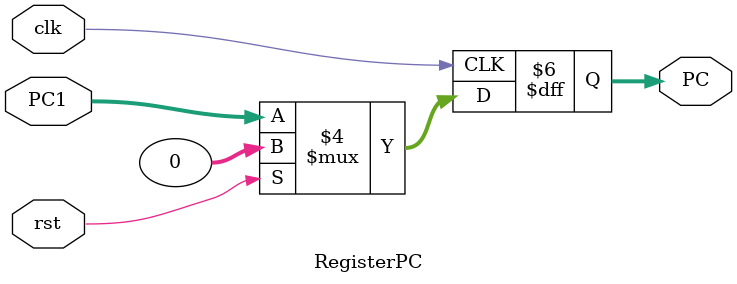
<source format=v>
`timescale 1ns / 1ps

module RegisterPC (
    input  wire        clk,     
    input  wire [31:0] PC1,      
    input  wire        rst,      
    output reg  [31:0] PC         
);

initial begin               
        PC = 32'b0;              
    end
    
    always @(posedge clk) begin
        if (rst) begin
            PC <= 32'b0;         
        end else begin
            PC <= PC1;             
        end
    end

endmodule
</source>
